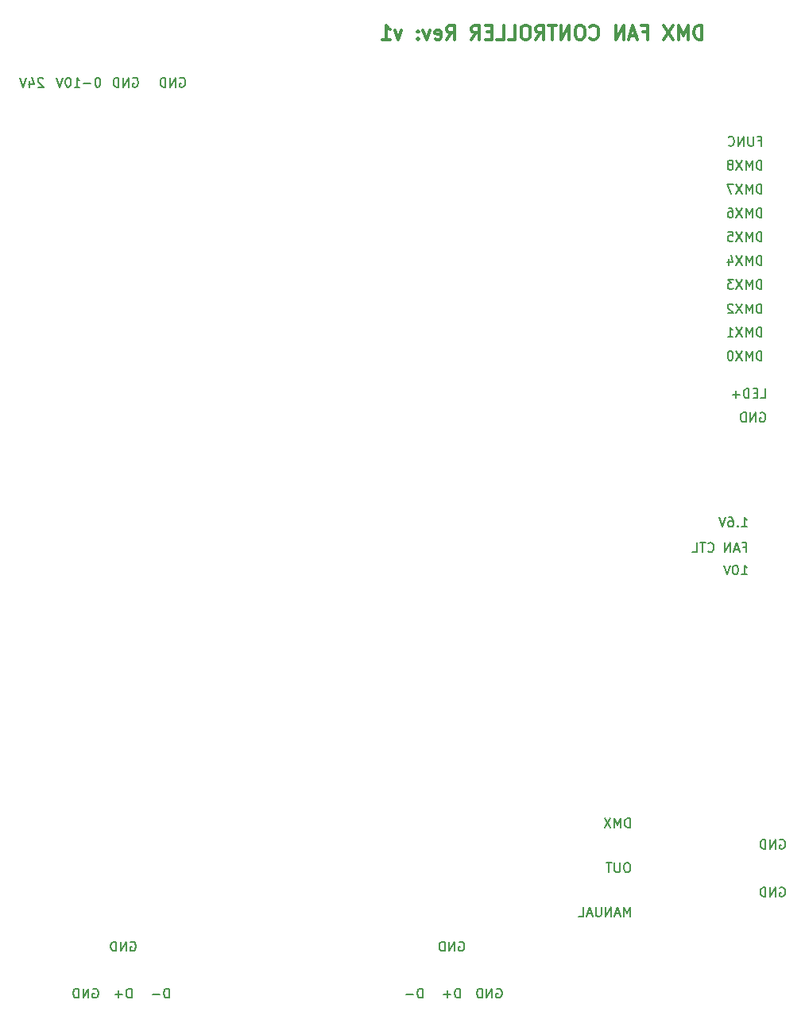
<source format=gbr>
%TF.GenerationSoftware,KiCad,Pcbnew,(6.0.4-0)*%
%TF.CreationDate,2023-05-19T08:40:50+01:00*%
%TF.ProjectId,fan-controller-pcb,66616e2d-636f-46e7-9472-6f6c6c65722d,rev?*%
%TF.SameCoordinates,Original*%
%TF.FileFunction,Legend,Bot*%
%TF.FilePolarity,Positive*%
%FSLAX46Y46*%
G04 Gerber Fmt 4.6, Leading zero omitted, Abs format (unit mm)*
G04 Created by KiCad (PCBNEW (6.0.4-0)) date 2023-05-19 08:40:50*
%MOMM*%
%LPD*%
G01*
G04 APERTURE LIST*
%ADD10C,0.150000*%
%ADD11C,0.300000*%
G04 APERTURE END LIST*
D10*
X152994404Y-49642380D02*
X152994404Y-48642380D01*
X152756309Y-48642380D01*
X152613452Y-48690000D01*
X152518214Y-48785238D01*
X152470595Y-48880476D01*
X152422976Y-49070952D01*
X152422976Y-49213809D01*
X152470595Y-49404285D01*
X152518214Y-49499523D01*
X152613452Y-49594761D01*
X152756309Y-49642380D01*
X152994404Y-49642380D01*
X151994404Y-49642380D02*
X151994404Y-48642380D01*
X151661071Y-49356666D01*
X151327738Y-48642380D01*
X151327738Y-49642380D01*
X150946785Y-48642380D02*
X150280119Y-49642380D01*
X150280119Y-48642380D02*
X150946785Y-49642380D01*
X149470595Y-48642380D02*
X149661071Y-48642380D01*
X149756309Y-48690000D01*
X149803928Y-48737619D01*
X149899166Y-48880476D01*
X149946785Y-49070952D01*
X149946785Y-49451904D01*
X149899166Y-49547142D01*
X149851547Y-49594761D01*
X149756309Y-49642380D01*
X149565833Y-49642380D01*
X149470595Y-49594761D01*
X149422976Y-49547142D01*
X149375357Y-49451904D01*
X149375357Y-49213809D01*
X149422976Y-49118571D01*
X149470595Y-49070952D01*
X149565833Y-49023333D01*
X149756309Y-49023333D01*
X149851547Y-49070952D01*
X149899166Y-49118571D01*
X149946785Y-49213809D01*
X152994404Y-64882380D02*
X152994404Y-63882380D01*
X152756309Y-63882380D01*
X152613452Y-63930000D01*
X152518214Y-64025238D01*
X152470595Y-64120476D01*
X152422976Y-64310952D01*
X152422976Y-64453809D01*
X152470595Y-64644285D01*
X152518214Y-64739523D01*
X152613452Y-64834761D01*
X152756309Y-64882380D01*
X152994404Y-64882380D01*
X151994404Y-64882380D02*
X151994404Y-63882380D01*
X151661071Y-64596666D01*
X151327738Y-63882380D01*
X151327738Y-64882380D01*
X150946785Y-63882380D02*
X150280119Y-64882380D01*
X150280119Y-63882380D02*
X150946785Y-64882380D01*
X149708690Y-63882380D02*
X149613452Y-63882380D01*
X149518214Y-63930000D01*
X149470595Y-63977619D01*
X149422976Y-64072857D01*
X149375357Y-64263333D01*
X149375357Y-64501428D01*
X149422976Y-64691904D01*
X149470595Y-64787142D01*
X149518214Y-64834761D01*
X149613452Y-64882380D01*
X149708690Y-64882380D01*
X149803928Y-64834761D01*
X149851547Y-64787142D01*
X149899166Y-64691904D01*
X149946785Y-64501428D01*
X149946785Y-64263333D01*
X149899166Y-64072857D01*
X149851547Y-63977619D01*
X149803928Y-63930000D01*
X149708690Y-63882380D01*
X152994404Y-44562380D02*
X152994404Y-43562380D01*
X152756309Y-43562380D01*
X152613452Y-43610000D01*
X152518214Y-43705238D01*
X152470595Y-43800476D01*
X152422976Y-43990952D01*
X152422976Y-44133809D01*
X152470595Y-44324285D01*
X152518214Y-44419523D01*
X152613452Y-44514761D01*
X152756309Y-44562380D01*
X152994404Y-44562380D01*
X151994404Y-44562380D02*
X151994404Y-43562380D01*
X151661071Y-44276666D01*
X151327738Y-43562380D01*
X151327738Y-44562380D01*
X150946785Y-43562380D02*
X150280119Y-44562380D01*
X150280119Y-43562380D02*
X150946785Y-44562380D01*
X149756309Y-43990952D02*
X149851547Y-43943333D01*
X149899166Y-43895714D01*
X149946785Y-43800476D01*
X149946785Y-43752857D01*
X149899166Y-43657619D01*
X149851547Y-43610000D01*
X149756309Y-43562380D01*
X149565833Y-43562380D01*
X149470595Y-43610000D01*
X149422976Y-43657619D01*
X149375357Y-43752857D01*
X149375357Y-43800476D01*
X149422976Y-43895714D01*
X149470595Y-43943333D01*
X149565833Y-43990952D01*
X149756309Y-43990952D01*
X149851547Y-44038571D01*
X149899166Y-44086190D01*
X149946785Y-44181428D01*
X149946785Y-44371904D01*
X149899166Y-44467142D01*
X149851547Y-44514761D01*
X149756309Y-44562380D01*
X149565833Y-44562380D01*
X149470595Y-44514761D01*
X149422976Y-44467142D01*
X149375357Y-44371904D01*
X149375357Y-44181428D01*
X149422976Y-44086190D01*
X149470595Y-44038571D01*
X149565833Y-43990952D01*
X152994404Y-59872380D02*
X152994404Y-58872380D01*
X152756309Y-58872380D01*
X152613452Y-58920000D01*
X152518214Y-59015238D01*
X152470595Y-59110476D01*
X152422976Y-59300952D01*
X152422976Y-59443809D01*
X152470595Y-59634285D01*
X152518214Y-59729523D01*
X152613452Y-59824761D01*
X152756309Y-59872380D01*
X152994404Y-59872380D01*
X151994404Y-59872380D02*
X151994404Y-58872380D01*
X151661071Y-59586666D01*
X151327738Y-58872380D01*
X151327738Y-59872380D01*
X150946785Y-58872380D02*
X150280119Y-59872380D01*
X150280119Y-58872380D02*
X150946785Y-59872380D01*
X149946785Y-58967619D02*
X149899166Y-58920000D01*
X149803928Y-58872380D01*
X149565833Y-58872380D01*
X149470595Y-58920000D01*
X149422976Y-58967619D01*
X149375357Y-59062857D01*
X149375357Y-59158095D01*
X149422976Y-59300952D01*
X149994404Y-59872380D01*
X149375357Y-59872380D01*
X152994404Y-57262380D02*
X152994404Y-56262380D01*
X152756309Y-56262380D01*
X152613452Y-56310000D01*
X152518214Y-56405238D01*
X152470595Y-56500476D01*
X152422976Y-56690952D01*
X152422976Y-56833809D01*
X152470595Y-57024285D01*
X152518214Y-57119523D01*
X152613452Y-57214761D01*
X152756309Y-57262380D01*
X152994404Y-57262380D01*
X151994404Y-57262380D02*
X151994404Y-56262380D01*
X151661071Y-56976666D01*
X151327738Y-56262380D01*
X151327738Y-57262380D01*
X150946785Y-56262380D02*
X150280119Y-57262380D01*
X150280119Y-56262380D02*
X150946785Y-57262380D01*
X149994404Y-56262380D02*
X149375357Y-56262380D01*
X149708690Y-56643333D01*
X149565833Y-56643333D01*
X149470595Y-56690952D01*
X149422976Y-56738571D01*
X149375357Y-56833809D01*
X149375357Y-57071904D01*
X149422976Y-57167142D01*
X149470595Y-57214761D01*
X149565833Y-57262380D01*
X149851547Y-57262380D01*
X149946785Y-57214761D01*
X149994404Y-57167142D01*
X152840595Y-70500000D02*
X152935833Y-70452380D01*
X153078690Y-70452380D01*
X153221547Y-70500000D01*
X153316785Y-70595238D01*
X153364404Y-70690476D01*
X153412023Y-70880952D01*
X153412023Y-71023809D01*
X153364404Y-71214285D01*
X153316785Y-71309523D01*
X153221547Y-71404761D01*
X153078690Y-71452380D01*
X152983452Y-71452380D01*
X152840595Y-71404761D01*
X152792976Y-71357142D01*
X152792976Y-71023809D01*
X152983452Y-71023809D01*
X152364404Y-71452380D02*
X152364404Y-70452380D01*
X151792976Y-71452380D01*
X151792976Y-70452380D01*
X151316785Y-71452380D02*
X151316785Y-70452380D01*
X151078690Y-70452380D01*
X150935833Y-70500000D01*
X150840595Y-70595238D01*
X150792976Y-70690476D01*
X150745357Y-70880952D01*
X150745357Y-71023809D01*
X150792976Y-71214285D01*
X150840595Y-71309523D01*
X150935833Y-71404761D01*
X151078690Y-71452380D01*
X151316785Y-71452380D01*
D11*
X146647857Y-30678571D02*
X146647857Y-29178571D01*
X146290714Y-29178571D01*
X146076428Y-29250000D01*
X145933571Y-29392857D01*
X145862142Y-29535714D01*
X145790714Y-29821428D01*
X145790714Y-30035714D01*
X145862142Y-30321428D01*
X145933571Y-30464285D01*
X146076428Y-30607142D01*
X146290714Y-30678571D01*
X146647857Y-30678571D01*
X145147857Y-30678571D02*
X145147857Y-29178571D01*
X144647857Y-30250000D01*
X144147857Y-29178571D01*
X144147857Y-30678571D01*
X143576428Y-29178571D02*
X142576428Y-30678571D01*
X142576428Y-29178571D02*
X143576428Y-30678571D01*
X140362142Y-29892857D02*
X140862142Y-29892857D01*
X140862142Y-30678571D02*
X140862142Y-29178571D01*
X140147857Y-29178571D01*
X139647857Y-30250000D02*
X138933571Y-30250000D01*
X139790714Y-30678571D02*
X139290714Y-29178571D01*
X138790714Y-30678571D01*
X138290714Y-30678571D02*
X138290714Y-29178571D01*
X137433571Y-30678571D01*
X137433571Y-29178571D01*
X134719285Y-30535714D02*
X134790714Y-30607142D01*
X135005000Y-30678571D01*
X135147857Y-30678571D01*
X135362142Y-30607142D01*
X135505000Y-30464285D01*
X135576428Y-30321428D01*
X135647857Y-30035714D01*
X135647857Y-29821428D01*
X135576428Y-29535714D01*
X135505000Y-29392857D01*
X135362142Y-29250000D01*
X135147857Y-29178571D01*
X135005000Y-29178571D01*
X134790714Y-29250000D01*
X134719285Y-29321428D01*
X133790714Y-29178571D02*
X133505000Y-29178571D01*
X133362142Y-29250000D01*
X133219285Y-29392857D01*
X133147857Y-29678571D01*
X133147857Y-30178571D01*
X133219285Y-30464285D01*
X133362142Y-30607142D01*
X133505000Y-30678571D01*
X133790714Y-30678571D01*
X133933571Y-30607142D01*
X134076428Y-30464285D01*
X134147857Y-30178571D01*
X134147857Y-29678571D01*
X134076428Y-29392857D01*
X133933571Y-29250000D01*
X133790714Y-29178571D01*
X132505000Y-30678571D02*
X132505000Y-29178571D01*
X131647857Y-30678571D01*
X131647857Y-29178571D01*
X131147857Y-29178571D02*
X130290714Y-29178571D01*
X130719285Y-30678571D02*
X130719285Y-29178571D01*
X128933571Y-30678571D02*
X129433571Y-29964285D01*
X129790714Y-30678571D02*
X129790714Y-29178571D01*
X129219285Y-29178571D01*
X129076428Y-29250000D01*
X129005000Y-29321428D01*
X128933571Y-29464285D01*
X128933571Y-29678571D01*
X129005000Y-29821428D01*
X129076428Y-29892857D01*
X129219285Y-29964285D01*
X129790714Y-29964285D01*
X128005000Y-29178571D02*
X127719285Y-29178571D01*
X127576428Y-29250000D01*
X127433571Y-29392857D01*
X127362142Y-29678571D01*
X127362142Y-30178571D01*
X127433571Y-30464285D01*
X127576428Y-30607142D01*
X127719285Y-30678571D01*
X128005000Y-30678571D01*
X128147857Y-30607142D01*
X128290714Y-30464285D01*
X128362142Y-30178571D01*
X128362142Y-29678571D01*
X128290714Y-29392857D01*
X128147857Y-29250000D01*
X128005000Y-29178571D01*
X126005000Y-30678571D02*
X126719285Y-30678571D01*
X126719285Y-29178571D01*
X124790714Y-30678571D02*
X125505000Y-30678571D01*
X125505000Y-29178571D01*
X124290714Y-29892857D02*
X123790714Y-29892857D01*
X123576428Y-30678571D02*
X124290714Y-30678571D01*
X124290714Y-29178571D01*
X123576428Y-29178571D01*
X122076428Y-30678571D02*
X122576428Y-29964285D01*
X122933571Y-30678571D02*
X122933571Y-29178571D01*
X122362142Y-29178571D01*
X122219285Y-29250000D01*
X122147857Y-29321428D01*
X122076428Y-29464285D01*
X122076428Y-29678571D01*
X122147857Y-29821428D01*
X122219285Y-29892857D01*
X122362142Y-29964285D01*
X122933571Y-29964285D01*
X119433571Y-30678571D02*
X119933571Y-29964285D01*
X120290714Y-30678571D02*
X120290714Y-29178571D01*
X119719285Y-29178571D01*
X119576428Y-29250000D01*
X119505000Y-29321428D01*
X119433571Y-29464285D01*
X119433571Y-29678571D01*
X119505000Y-29821428D01*
X119576428Y-29892857D01*
X119719285Y-29964285D01*
X120290714Y-29964285D01*
X118219285Y-30607142D02*
X118362142Y-30678571D01*
X118647857Y-30678571D01*
X118790714Y-30607142D01*
X118862142Y-30464285D01*
X118862142Y-29892857D01*
X118790714Y-29750000D01*
X118647857Y-29678571D01*
X118362142Y-29678571D01*
X118219285Y-29750000D01*
X118147857Y-29892857D01*
X118147857Y-30035714D01*
X118862142Y-30178571D01*
X117647857Y-29678571D02*
X117290714Y-30678571D01*
X116933571Y-29678571D01*
X116362142Y-30535714D02*
X116290714Y-30607142D01*
X116362142Y-30678571D01*
X116433571Y-30607142D01*
X116362142Y-30535714D01*
X116362142Y-30678571D01*
X116362142Y-29750000D02*
X116290714Y-29821428D01*
X116362142Y-29892857D01*
X116433571Y-29821428D01*
X116362142Y-29750000D01*
X116362142Y-29892857D01*
X114647857Y-29678571D02*
X114290714Y-30678571D01*
X113933571Y-29678571D01*
X112576428Y-30678571D02*
X113433571Y-30678571D01*
X113005000Y-30678571D02*
X113005000Y-29178571D01*
X113147857Y-29392857D01*
X113290714Y-29535714D01*
X113433571Y-29607142D01*
D10*
X152661071Y-41498571D02*
X152994404Y-41498571D01*
X152994404Y-42022380D02*
X152994404Y-41022380D01*
X152518214Y-41022380D01*
X152137261Y-41022380D02*
X152137261Y-41831904D01*
X152089642Y-41927142D01*
X152042023Y-41974761D01*
X151946785Y-42022380D01*
X151756309Y-42022380D01*
X151661071Y-41974761D01*
X151613452Y-41927142D01*
X151565833Y-41831904D01*
X151565833Y-41022380D01*
X151089642Y-42022380D02*
X151089642Y-41022380D01*
X150518214Y-42022380D01*
X150518214Y-41022380D01*
X149470595Y-41927142D02*
X149518214Y-41974761D01*
X149661071Y-42022380D01*
X149756309Y-42022380D01*
X149899166Y-41974761D01*
X149994404Y-41879523D01*
X150042023Y-41784285D01*
X150089642Y-41593809D01*
X150089642Y-41450952D01*
X150042023Y-41260476D01*
X149994404Y-41165238D01*
X149899166Y-41070000D01*
X149756309Y-41022380D01*
X149661071Y-41022380D01*
X149518214Y-41070000D01*
X149470595Y-41117619D01*
X152994404Y-54722380D02*
X152994404Y-53722380D01*
X152756309Y-53722380D01*
X152613452Y-53770000D01*
X152518214Y-53865238D01*
X152470595Y-53960476D01*
X152422976Y-54150952D01*
X152422976Y-54293809D01*
X152470595Y-54484285D01*
X152518214Y-54579523D01*
X152613452Y-54674761D01*
X152756309Y-54722380D01*
X152994404Y-54722380D01*
X151994404Y-54722380D02*
X151994404Y-53722380D01*
X151661071Y-54436666D01*
X151327738Y-53722380D01*
X151327738Y-54722380D01*
X150946785Y-53722380D02*
X150280119Y-54722380D01*
X150280119Y-53722380D02*
X150946785Y-54722380D01*
X149470595Y-54055714D02*
X149470595Y-54722380D01*
X149708690Y-53674761D02*
X149946785Y-54389047D01*
X149327738Y-54389047D01*
X152888214Y-68912380D02*
X153364404Y-68912380D01*
X153364404Y-67912380D01*
X152554880Y-68388571D02*
X152221547Y-68388571D01*
X152078690Y-68912380D02*
X152554880Y-68912380D01*
X152554880Y-67912380D01*
X152078690Y-67912380D01*
X151650119Y-68912380D02*
X151650119Y-67912380D01*
X151412023Y-67912380D01*
X151269166Y-67960000D01*
X151173928Y-68055238D01*
X151126309Y-68150476D01*
X151078690Y-68340952D01*
X151078690Y-68483809D01*
X151126309Y-68674285D01*
X151173928Y-68769523D01*
X151269166Y-68864761D01*
X151412023Y-68912380D01*
X151650119Y-68912380D01*
X150650119Y-68531428D02*
X149888214Y-68531428D01*
X150269166Y-68912380D02*
X150269166Y-68150476D01*
X152994404Y-52182380D02*
X152994404Y-51182380D01*
X152756309Y-51182380D01*
X152613452Y-51230000D01*
X152518214Y-51325238D01*
X152470595Y-51420476D01*
X152422976Y-51610952D01*
X152422976Y-51753809D01*
X152470595Y-51944285D01*
X152518214Y-52039523D01*
X152613452Y-52134761D01*
X152756309Y-52182380D01*
X152994404Y-52182380D01*
X151994404Y-52182380D02*
X151994404Y-51182380D01*
X151661071Y-51896666D01*
X151327738Y-51182380D01*
X151327738Y-52182380D01*
X150946785Y-51182380D02*
X150280119Y-52182380D01*
X150280119Y-51182380D02*
X150946785Y-52182380D01*
X149422976Y-51182380D02*
X149899166Y-51182380D01*
X149946785Y-51658571D01*
X149899166Y-51610952D01*
X149803928Y-51563333D01*
X149565833Y-51563333D01*
X149470595Y-51610952D01*
X149422976Y-51658571D01*
X149375357Y-51753809D01*
X149375357Y-51991904D01*
X149422976Y-52087142D01*
X149470595Y-52134761D01*
X149565833Y-52182380D01*
X149803928Y-52182380D01*
X149899166Y-52134761D01*
X149946785Y-52087142D01*
X152994404Y-47092380D02*
X152994404Y-46092380D01*
X152756309Y-46092380D01*
X152613452Y-46140000D01*
X152518214Y-46235238D01*
X152470595Y-46330476D01*
X152422976Y-46520952D01*
X152422976Y-46663809D01*
X152470595Y-46854285D01*
X152518214Y-46949523D01*
X152613452Y-47044761D01*
X152756309Y-47092380D01*
X152994404Y-47092380D01*
X151994404Y-47092380D02*
X151994404Y-46092380D01*
X151661071Y-46806666D01*
X151327738Y-46092380D01*
X151327738Y-47092380D01*
X150946785Y-46092380D02*
X150280119Y-47092380D01*
X150280119Y-46092380D02*
X150946785Y-47092380D01*
X149994404Y-46092380D02*
X149327738Y-46092380D01*
X149756309Y-47092380D01*
X152994404Y-62342380D02*
X152994404Y-61342380D01*
X152756309Y-61342380D01*
X152613452Y-61390000D01*
X152518214Y-61485238D01*
X152470595Y-61580476D01*
X152422976Y-61770952D01*
X152422976Y-61913809D01*
X152470595Y-62104285D01*
X152518214Y-62199523D01*
X152613452Y-62294761D01*
X152756309Y-62342380D01*
X152994404Y-62342380D01*
X151994404Y-62342380D02*
X151994404Y-61342380D01*
X151661071Y-62056666D01*
X151327738Y-61342380D01*
X151327738Y-62342380D01*
X150946785Y-61342380D02*
X150280119Y-62342380D01*
X150280119Y-61342380D02*
X150946785Y-62342380D01*
X149375357Y-62342380D02*
X149946785Y-62342380D01*
X149661071Y-62342380D02*
X149661071Y-61342380D01*
X149756309Y-61485238D01*
X149851547Y-61580476D01*
X149946785Y-61628095D01*
%TO.C,J2*%
X120880952Y-132852380D02*
X120880952Y-131852380D01*
X120642857Y-131852380D01*
X120500000Y-131900000D01*
X120404761Y-131995238D01*
X120357142Y-132090476D01*
X120309523Y-132280952D01*
X120309523Y-132423809D01*
X120357142Y-132614285D01*
X120404761Y-132709523D01*
X120500000Y-132804761D01*
X120642857Y-132852380D01*
X120880952Y-132852380D01*
X119880952Y-132471428D02*
X119119047Y-132471428D01*
X119500000Y-132852380D02*
X119500000Y-132090476D01*
X120761904Y-126900000D02*
X120857142Y-126852380D01*
X121000000Y-126852380D01*
X121142857Y-126900000D01*
X121238095Y-126995238D01*
X121285714Y-127090476D01*
X121333333Y-127280952D01*
X121333333Y-127423809D01*
X121285714Y-127614285D01*
X121238095Y-127709523D01*
X121142857Y-127804761D01*
X121000000Y-127852380D01*
X120904761Y-127852380D01*
X120761904Y-127804761D01*
X120714285Y-127757142D01*
X120714285Y-127423809D01*
X120904761Y-127423809D01*
X120285714Y-127852380D02*
X120285714Y-126852380D01*
X119714285Y-127852380D01*
X119714285Y-126852380D01*
X119238095Y-127852380D02*
X119238095Y-126852380D01*
X119000000Y-126852380D01*
X118857142Y-126900000D01*
X118761904Y-126995238D01*
X118714285Y-127090476D01*
X118666666Y-127280952D01*
X118666666Y-127423809D01*
X118714285Y-127614285D01*
X118761904Y-127709523D01*
X118857142Y-127804761D01*
X119000000Y-127852380D01*
X119238095Y-127852380D01*
X116880952Y-132852380D02*
X116880952Y-131852380D01*
X116642857Y-131852380D01*
X116500000Y-131900000D01*
X116404761Y-131995238D01*
X116357142Y-132090476D01*
X116309523Y-132280952D01*
X116309523Y-132423809D01*
X116357142Y-132614285D01*
X116404761Y-132709523D01*
X116500000Y-132804761D01*
X116642857Y-132852380D01*
X116880952Y-132852380D01*
X115880952Y-132471428D02*
X115119047Y-132471428D01*
X124761904Y-131900000D02*
X124857142Y-131852380D01*
X125000000Y-131852380D01*
X125142857Y-131900000D01*
X125238095Y-131995238D01*
X125285714Y-132090476D01*
X125333333Y-132280952D01*
X125333333Y-132423809D01*
X125285714Y-132614285D01*
X125238095Y-132709523D01*
X125142857Y-132804761D01*
X125000000Y-132852380D01*
X124904761Y-132852380D01*
X124761904Y-132804761D01*
X124714285Y-132757142D01*
X124714285Y-132423809D01*
X124904761Y-132423809D01*
X124285714Y-132852380D02*
X124285714Y-131852380D01*
X123714285Y-132852380D01*
X123714285Y-131852380D01*
X123238095Y-132852380D02*
X123238095Y-131852380D01*
X123000000Y-131852380D01*
X122857142Y-131900000D01*
X122761904Y-131995238D01*
X122714285Y-132090476D01*
X122666666Y-132280952D01*
X122666666Y-132423809D01*
X122714285Y-132614285D01*
X122761904Y-132709523D01*
X122857142Y-132804761D01*
X123000000Y-132852380D01*
X123238095Y-132852380D01*
%TO.C,SW1*%
X154950595Y-121100000D02*
X155045833Y-121052380D01*
X155188690Y-121052380D01*
X155331547Y-121100000D01*
X155426785Y-121195238D01*
X155474404Y-121290476D01*
X155522023Y-121480952D01*
X155522023Y-121623809D01*
X155474404Y-121814285D01*
X155426785Y-121909523D01*
X155331547Y-122004761D01*
X155188690Y-122052380D01*
X155093452Y-122052380D01*
X154950595Y-122004761D01*
X154902976Y-121957142D01*
X154902976Y-121623809D01*
X155093452Y-121623809D01*
X154474404Y-122052380D02*
X154474404Y-121052380D01*
X153902976Y-122052380D01*
X153902976Y-121052380D01*
X153426785Y-122052380D02*
X153426785Y-121052380D01*
X153188690Y-121052380D01*
X153045833Y-121100000D01*
X152950595Y-121195238D01*
X152902976Y-121290476D01*
X152855357Y-121480952D01*
X152855357Y-121623809D01*
X152902976Y-121814285D01*
X152950595Y-121909523D01*
X153045833Y-122004761D01*
X153188690Y-122052380D01*
X153426785Y-122052380D01*
X138964404Y-124152380D02*
X138964404Y-123152380D01*
X138631071Y-123866666D01*
X138297738Y-123152380D01*
X138297738Y-124152380D01*
X137869166Y-123866666D02*
X137392976Y-123866666D01*
X137964404Y-124152380D02*
X137631071Y-123152380D01*
X137297738Y-124152380D01*
X136964404Y-124152380D02*
X136964404Y-123152380D01*
X136392976Y-124152380D01*
X136392976Y-123152380D01*
X135916785Y-123152380D02*
X135916785Y-123961904D01*
X135869166Y-124057142D01*
X135821547Y-124104761D01*
X135726309Y-124152380D01*
X135535833Y-124152380D01*
X135440595Y-124104761D01*
X135392976Y-124057142D01*
X135345357Y-123961904D01*
X135345357Y-123152380D01*
X134916785Y-123866666D02*
X134440595Y-123866666D01*
X135012023Y-124152380D02*
X134678690Y-123152380D01*
X134345357Y-124152380D01*
X133535833Y-124152380D02*
X134012023Y-124152380D01*
X134012023Y-123152380D01*
X138964404Y-114702380D02*
X138964404Y-113702380D01*
X138726309Y-113702380D01*
X138583452Y-113750000D01*
X138488214Y-113845238D01*
X138440595Y-113940476D01*
X138392976Y-114130952D01*
X138392976Y-114273809D01*
X138440595Y-114464285D01*
X138488214Y-114559523D01*
X138583452Y-114654761D01*
X138726309Y-114702380D01*
X138964404Y-114702380D01*
X137964404Y-114702380D02*
X137964404Y-113702380D01*
X137631071Y-114416666D01*
X137297738Y-113702380D01*
X137297738Y-114702380D01*
X136916785Y-113702380D02*
X136250119Y-114702380D01*
X136250119Y-113702380D02*
X136916785Y-114702380D01*
X154950595Y-116000000D02*
X155045833Y-115952380D01*
X155188690Y-115952380D01*
X155331547Y-116000000D01*
X155426785Y-116095238D01*
X155474404Y-116190476D01*
X155522023Y-116380952D01*
X155522023Y-116523809D01*
X155474404Y-116714285D01*
X155426785Y-116809523D01*
X155331547Y-116904761D01*
X155188690Y-116952380D01*
X155093452Y-116952380D01*
X154950595Y-116904761D01*
X154902976Y-116857142D01*
X154902976Y-116523809D01*
X155093452Y-116523809D01*
X154474404Y-116952380D02*
X154474404Y-115952380D01*
X153902976Y-116952380D01*
X153902976Y-115952380D01*
X153426785Y-116952380D02*
X153426785Y-115952380D01*
X153188690Y-115952380D01*
X153045833Y-116000000D01*
X152950595Y-116095238D01*
X152902976Y-116190476D01*
X152855357Y-116380952D01*
X152855357Y-116523809D01*
X152902976Y-116714285D01*
X152950595Y-116809523D01*
X153045833Y-116904761D01*
X153188690Y-116952380D01*
X153426785Y-116952380D01*
X138773928Y-118452380D02*
X138583452Y-118452380D01*
X138488214Y-118500000D01*
X138392976Y-118595238D01*
X138345357Y-118785714D01*
X138345357Y-119119047D01*
X138392976Y-119309523D01*
X138488214Y-119404761D01*
X138583452Y-119452380D01*
X138773928Y-119452380D01*
X138869166Y-119404761D01*
X138964404Y-119309523D01*
X139012023Y-119119047D01*
X139012023Y-118785714D01*
X138964404Y-118595238D01*
X138869166Y-118500000D01*
X138773928Y-118452380D01*
X137916785Y-118452380D02*
X137916785Y-119261904D01*
X137869166Y-119357142D01*
X137821547Y-119404761D01*
X137726309Y-119452380D01*
X137535833Y-119452380D01*
X137440595Y-119404761D01*
X137392976Y-119357142D01*
X137345357Y-119261904D01*
X137345357Y-118452380D01*
X137012023Y-118452380D02*
X136440595Y-118452380D01*
X136726309Y-119452380D02*
X136726309Y-118452380D01*
%TO.C,J1*%
X82307619Y-34752380D02*
X82212380Y-34752380D01*
X82117142Y-34800000D01*
X82069523Y-34847619D01*
X82021904Y-34942857D01*
X81974285Y-35133333D01*
X81974285Y-35371428D01*
X82021904Y-35561904D01*
X82069523Y-35657142D01*
X82117142Y-35704761D01*
X82212380Y-35752380D01*
X82307619Y-35752380D01*
X82402857Y-35704761D01*
X82450476Y-35657142D01*
X82498095Y-35561904D01*
X82545714Y-35371428D01*
X82545714Y-35133333D01*
X82498095Y-34942857D01*
X82450476Y-34847619D01*
X82402857Y-34800000D01*
X82307619Y-34752380D01*
X81545714Y-35371428D02*
X80783809Y-35371428D01*
X79783809Y-35752380D02*
X80355238Y-35752380D01*
X80069523Y-35752380D02*
X80069523Y-34752380D01*
X80164761Y-34895238D01*
X80260000Y-34990476D01*
X80355238Y-35038095D01*
X79164761Y-34752380D02*
X79069523Y-34752380D01*
X78974285Y-34800000D01*
X78926666Y-34847619D01*
X78879047Y-34942857D01*
X78831428Y-35133333D01*
X78831428Y-35371428D01*
X78879047Y-35561904D01*
X78926666Y-35657142D01*
X78974285Y-35704761D01*
X79069523Y-35752380D01*
X79164761Y-35752380D01*
X79260000Y-35704761D01*
X79307619Y-35657142D01*
X79355238Y-35561904D01*
X79402857Y-35371428D01*
X79402857Y-35133333D01*
X79355238Y-34942857D01*
X79307619Y-34847619D01*
X79260000Y-34800000D01*
X79164761Y-34752380D01*
X78545714Y-34752380D02*
X78212380Y-35752380D01*
X77879047Y-34752380D01*
X86021904Y-34800000D02*
X86117142Y-34752380D01*
X86260000Y-34752380D01*
X86402857Y-34800000D01*
X86498095Y-34895238D01*
X86545714Y-34990476D01*
X86593333Y-35180952D01*
X86593333Y-35323809D01*
X86545714Y-35514285D01*
X86498095Y-35609523D01*
X86402857Y-35704761D01*
X86260000Y-35752380D01*
X86164761Y-35752380D01*
X86021904Y-35704761D01*
X85974285Y-35657142D01*
X85974285Y-35323809D01*
X86164761Y-35323809D01*
X85545714Y-35752380D02*
X85545714Y-34752380D01*
X84974285Y-35752380D01*
X84974285Y-34752380D01*
X84498095Y-35752380D02*
X84498095Y-34752380D01*
X84260000Y-34752380D01*
X84117142Y-34800000D01*
X84021904Y-34895238D01*
X83974285Y-34990476D01*
X83926666Y-35180952D01*
X83926666Y-35323809D01*
X83974285Y-35514285D01*
X84021904Y-35609523D01*
X84117142Y-35704761D01*
X84260000Y-35752380D01*
X84498095Y-35752380D01*
X91021904Y-34800000D02*
X91117142Y-34752380D01*
X91260000Y-34752380D01*
X91402857Y-34800000D01*
X91498095Y-34895238D01*
X91545714Y-34990476D01*
X91593333Y-35180952D01*
X91593333Y-35323809D01*
X91545714Y-35514285D01*
X91498095Y-35609523D01*
X91402857Y-35704761D01*
X91260000Y-35752380D01*
X91164761Y-35752380D01*
X91021904Y-35704761D01*
X90974285Y-35657142D01*
X90974285Y-35323809D01*
X91164761Y-35323809D01*
X90545714Y-35752380D02*
X90545714Y-34752380D01*
X89974285Y-35752380D01*
X89974285Y-34752380D01*
X89498095Y-35752380D02*
X89498095Y-34752380D01*
X89260000Y-34752380D01*
X89117142Y-34800000D01*
X89021904Y-34895238D01*
X88974285Y-34990476D01*
X88926666Y-35180952D01*
X88926666Y-35323809D01*
X88974285Y-35514285D01*
X89021904Y-35609523D01*
X89117142Y-35704761D01*
X89260000Y-35752380D01*
X89498095Y-35752380D01*
X76450476Y-34847619D02*
X76402857Y-34800000D01*
X76307619Y-34752380D01*
X76069523Y-34752380D01*
X75974285Y-34800000D01*
X75926666Y-34847619D01*
X75879047Y-34942857D01*
X75879047Y-35038095D01*
X75926666Y-35180952D01*
X76498095Y-35752380D01*
X75879047Y-35752380D01*
X75021904Y-35085714D02*
X75021904Y-35752380D01*
X75260000Y-34704761D02*
X75498095Y-35419047D01*
X74879047Y-35419047D01*
X74640952Y-34752380D02*
X74307619Y-35752380D01*
X73974285Y-34752380D01*
%TO.C,RV1*%
X151056071Y-84803571D02*
X151389404Y-84803571D01*
X151389404Y-85327380D02*
X151389404Y-84327380D01*
X150913214Y-84327380D01*
X150579880Y-85041666D02*
X150103690Y-85041666D01*
X150675119Y-85327380D02*
X150341785Y-84327380D01*
X150008452Y-85327380D01*
X149675119Y-85327380D02*
X149675119Y-84327380D01*
X149103690Y-85327380D01*
X149103690Y-84327380D01*
X147294166Y-85232142D02*
X147341785Y-85279761D01*
X147484642Y-85327380D01*
X147579880Y-85327380D01*
X147722738Y-85279761D01*
X147817976Y-85184523D01*
X147865595Y-85089285D01*
X147913214Y-84898809D01*
X147913214Y-84755952D01*
X147865595Y-84565476D01*
X147817976Y-84470238D01*
X147722738Y-84375000D01*
X147579880Y-84327380D01*
X147484642Y-84327380D01*
X147341785Y-84375000D01*
X147294166Y-84422619D01*
X147008452Y-84327380D02*
X146437023Y-84327380D01*
X146722738Y-85327380D02*
X146722738Y-84327380D01*
X145627500Y-85327380D02*
X146103690Y-85327380D01*
X146103690Y-84327380D01*
X150865595Y-82627380D02*
X151437023Y-82627380D01*
X151151309Y-82627380D02*
X151151309Y-81627380D01*
X151246547Y-81770238D01*
X151341785Y-81865476D01*
X151437023Y-81913095D01*
X150437023Y-82532142D02*
X150389404Y-82579761D01*
X150437023Y-82627380D01*
X150484642Y-82579761D01*
X150437023Y-82532142D01*
X150437023Y-82627380D01*
X149532261Y-81627380D02*
X149722738Y-81627380D01*
X149817976Y-81675000D01*
X149865595Y-81722619D01*
X149960833Y-81865476D01*
X150008452Y-82055952D01*
X150008452Y-82436904D01*
X149960833Y-82532142D01*
X149913214Y-82579761D01*
X149817976Y-82627380D01*
X149627500Y-82627380D01*
X149532261Y-82579761D01*
X149484642Y-82532142D01*
X149437023Y-82436904D01*
X149437023Y-82198809D01*
X149484642Y-82103571D01*
X149532261Y-82055952D01*
X149627500Y-82008333D01*
X149817976Y-82008333D01*
X149913214Y-82055952D01*
X149960833Y-82103571D01*
X150008452Y-82198809D01*
X149151309Y-81627380D02*
X148817976Y-82627380D01*
X148484642Y-81627380D01*
X150865595Y-87727380D02*
X151437023Y-87727380D01*
X151151309Y-87727380D02*
X151151309Y-86727380D01*
X151246547Y-86870238D01*
X151341785Y-86965476D01*
X151437023Y-87013095D01*
X150246547Y-86727380D02*
X150151309Y-86727380D01*
X150056071Y-86775000D01*
X150008452Y-86822619D01*
X149960833Y-86917857D01*
X149913214Y-87108333D01*
X149913214Y-87346428D01*
X149960833Y-87536904D01*
X150008452Y-87632142D01*
X150056071Y-87679761D01*
X150151309Y-87727380D01*
X150246547Y-87727380D01*
X150341785Y-87679761D01*
X150389404Y-87632142D01*
X150437023Y-87536904D01*
X150484642Y-87346428D01*
X150484642Y-87108333D01*
X150437023Y-86917857D01*
X150389404Y-86822619D01*
X150341785Y-86775000D01*
X150246547Y-86727380D01*
X149627500Y-86727380D02*
X149294166Y-87727380D01*
X148960833Y-86727380D01*
%TO.C,J3*%
X85761904Y-126900000D02*
X85857142Y-126852380D01*
X86000000Y-126852380D01*
X86142857Y-126900000D01*
X86238095Y-126995238D01*
X86285714Y-127090476D01*
X86333333Y-127280952D01*
X86333333Y-127423809D01*
X86285714Y-127614285D01*
X86238095Y-127709523D01*
X86142857Y-127804761D01*
X86000000Y-127852380D01*
X85904761Y-127852380D01*
X85761904Y-127804761D01*
X85714285Y-127757142D01*
X85714285Y-127423809D01*
X85904761Y-127423809D01*
X85285714Y-127852380D02*
X85285714Y-126852380D01*
X84714285Y-127852380D01*
X84714285Y-126852380D01*
X84238095Y-127852380D02*
X84238095Y-126852380D01*
X84000000Y-126852380D01*
X83857142Y-126900000D01*
X83761904Y-126995238D01*
X83714285Y-127090476D01*
X83666666Y-127280952D01*
X83666666Y-127423809D01*
X83714285Y-127614285D01*
X83761904Y-127709523D01*
X83857142Y-127804761D01*
X84000000Y-127852380D01*
X84238095Y-127852380D01*
X89880952Y-132852380D02*
X89880952Y-131852380D01*
X89642857Y-131852380D01*
X89500000Y-131900000D01*
X89404761Y-131995238D01*
X89357142Y-132090476D01*
X89309523Y-132280952D01*
X89309523Y-132423809D01*
X89357142Y-132614285D01*
X89404761Y-132709523D01*
X89500000Y-132804761D01*
X89642857Y-132852380D01*
X89880952Y-132852380D01*
X88880952Y-132471428D02*
X88119047Y-132471428D01*
X81761904Y-131900000D02*
X81857142Y-131852380D01*
X82000000Y-131852380D01*
X82142857Y-131900000D01*
X82238095Y-131995238D01*
X82285714Y-132090476D01*
X82333333Y-132280952D01*
X82333333Y-132423809D01*
X82285714Y-132614285D01*
X82238095Y-132709523D01*
X82142857Y-132804761D01*
X82000000Y-132852380D01*
X81904761Y-132852380D01*
X81761904Y-132804761D01*
X81714285Y-132757142D01*
X81714285Y-132423809D01*
X81904761Y-132423809D01*
X81285714Y-132852380D02*
X81285714Y-131852380D01*
X80714285Y-132852380D01*
X80714285Y-131852380D01*
X80238095Y-132852380D02*
X80238095Y-131852380D01*
X80000000Y-131852380D01*
X79857142Y-131900000D01*
X79761904Y-131995238D01*
X79714285Y-132090476D01*
X79666666Y-132280952D01*
X79666666Y-132423809D01*
X79714285Y-132614285D01*
X79761904Y-132709523D01*
X79857142Y-132804761D01*
X80000000Y-132852380D01*
X80238095Y-132852380D01*
X85880952Y-132852380D02*
X85880952Y-131852380D01*
X85642857Y-131852380D01*
X85500000Y-131900000D01*
X85404761Y-131995238D01*
X85357142Y-132090476D01*
X85309523Y-132280952D01*
X85309523Y-132423809D01*
X85357142Y-132614285D01*
X85404761Y-132709523D01*
X85500000Y-132804761D01*
X85642857Y-132852380D01*
X85880952Y-132852380D01*
X84880952Y-132471428D02*
X84119047Y-132471428D01*
X84500000Y-132852380D02*
X84500000Y-132090476D01*
%TD*%
M02*

</source>
